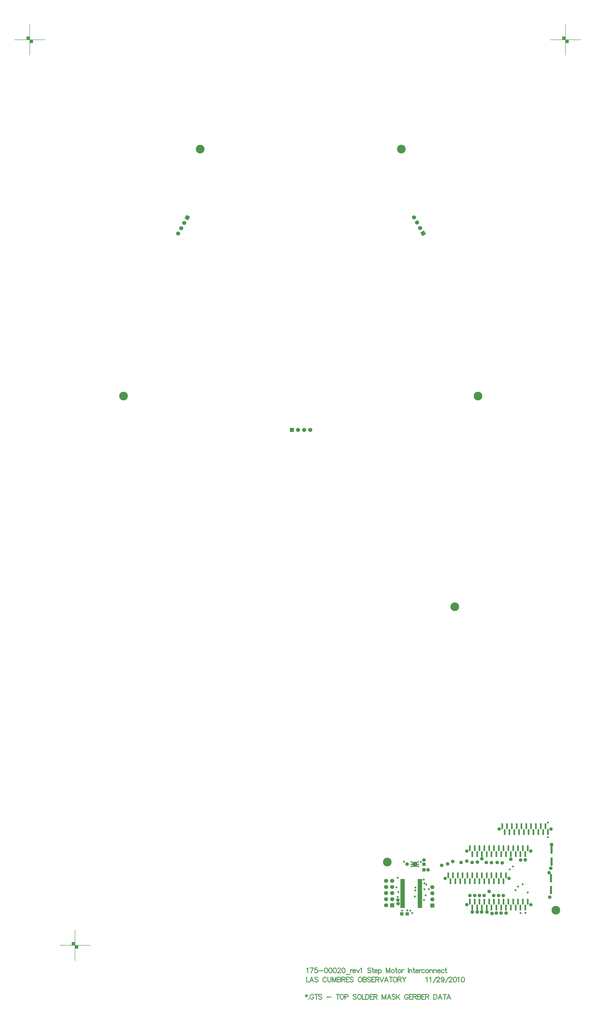
<source format=gts>
%FSLAX23Y23*%
%MOIN*%
G70*
G01*
G75*
G04 Layer_Color=8388736*
%ADD10R,0.050X0.050*%
%ADD11R,0.030X0.125*%
%ADD12R,0.022X0.085*%
%ADD13O,0.024X0.010*%
%ADD14R,0.071X0.075*%
%ADD15O,0.069X0.012*%
%ADD16R,0.050X0.050*%
%ADD17C,0.030*%
%ADD18C,0.020*%
%ADD19C,0.010*%
%ADD20C,0.005*%
%ADD21C,0.012*%
%ADD22C,0.008*%
%ADD23C,0.012*%
%ADD24C,0.012*%
%ADD25C,0.134*%
%ADD26P,0.084X4X165.0*%
%ADD27C,0.059*%
%ADD28R,0.059X0.059*%
%ADD29R,0.059X0.059*%
%ADD30C,0.047*%
%ADD31C,0.024*%
%ADD32P,0.084X4X285.0*%
%ADD33C,0.050*%
%ADD34C,0.040*%
%ADD35C,0.174*%
%ADD36C,0.075*%
%ADD37C,0.087*%
G04:AMPARAMS|DCode=38|XSize=95.433mil|YSize=95.433mil|CornerRadius=0mil|HoleSize=0mil|Usage=FLASHONLY|Rotation=0.000|XOffset=0mil|YOffset=0mil|HoleType=Round|Shape=Relief|Width=10mil|Gap=10mil|Entries=4|*
%AMTHD38*
7,0,0,0.095,0.075,0.010,45*
%
%ADD38THD38*%
%ADD39C,0.068*%
G04:AMPARAMS|DCode=40|XSize=70mil|YSize=70mil|CornerRadius=0mil|HoleSize=0mil|Usage=FLASHONLY|Rotation=0.000|XOffset=0mil|YOffset=0mil|HoleType=Round|Shape=Relief|Width=10mil|Gap=10mil|Entries=4|*
%AMTHD40*
7,0,0,0.070,0.050,0.010,45*
%
%ADD40THD40*%
G04:AMPARAMS|DCode=41|XSize=88mil|YSize=88mil|CornerRadius=0mil|HoleSize=0mil|Usage=FLASHONLY|Rotation=0.000|XOffset=0mil|YOffset=0mil|HoleType=Round|Shape=Relief|Width=10mil|Gap=10mil|Entries=4|*
%AMTHD41*
7,0,0,0.088,0.068,0.010,45*
%
%ADD41THD41*%
%ADD42C,0.075*%
%ADD43C,0.010*%
%ADD44C,0.010*%
%ADD45C,0.024*%
%ADD46C,0.007*%
%ADD47C,0.008*%
%ADD48R,0.323X0.177*%
%ADD49R,0.058X0.058*%
%ADD50R,0.038X0.133*%
%ADD51R,0.030X0.093*%
%ADD52O,0.032X0.018*%
%ADD53R,0.079X0.083*%
%ADD54O,0.077X0.020*%
%ADD55R,0.058X0.058*%
%ADD56C,0.142*%
%ADD57P,0.095X4X165.0*%
%ADD58C,0.067*%
%ADD59R,0.067X0.067*%
%ADD60R,0.067X0.067*%
%ADD61C,0.055*%
%ADD62C,0.032*%
%ADD63P,0.095X4X285.0*%
%ADD64C,0.058*%
D21*
X39060Y19499D02*
Y19453D01*
X39041Y19488D02*
X39079Y19465D01*
Y19488D02*
X39041Y19465D01*
X39099Y19427D02*
X39095Y19423D01*
X39099Y19419D01*
X39103Y19423D01*
X39099Y19427D01*
X39177Y19480D02*
X39173Y19488D01*
X39166Y19495D01*
X39158Y19499D01*
X39143D01*
X39135Y19495D01*
X39128Y19488D01*
X39124Y19480D01*
X39120Y19469D01*
Y19450D01*
X39124Y19438D01*
X39128Y19431D01*
X39135Y19423D01*
X39143Y19419D01*
X39158D01*
X39166Y19423D01*
X39173Y19431D01*
X39177Y19438D01*
Y19450D01*
X39158D02*
X39177D01*
X39222Y19499D02*
Y19419D01*
X39196Y19499D02*
X39249D01*
X39312Y19488D02*
X39304Y19495D01*
X39293Y19499D01*
X39277D01*
X39266Y19495D01*
X39258Y19488D01*
Y19480D01*
X39262Y19472D01*
X39266Y19469D01*
X39274Y19465D01*
X39297Y19457D01*
X39304Y19453D01*
X39308Y19450D01*
X39312Y19442D01*
Y19431D01*
X39304Y19423D01*
X39293Y19419D01*
X39277D01*
X39266Y19423D01*
X39258Y19431D01*
X39392Y19453D02*
X39461D01*
X39574Y19499D02*
Y19419D01*
X39548Y19499D02*
X39601D01*
X39633D02*
X39626Y19495D01*
X39618Y19488D01*
X39614Y19480D01*
X39610Y19469D01*
Y19450D01*
X39614Y19438D01*
X39618Y19431D01*
X39626Y19423D01*
X39633Y19419D01*
X39648D01*
X39656Y19423D01*
X39664Y19431D01*
X39667Y19438D01*
X39671Y19450D01*
Y19469D01*
X39667Y19480D01*
X39664Y19488D01*
X39656Y19495D01*
X39648Y19499D01*
X39633D01*
X39690Y19457D02*
X39724D01*
X39736Y19461D01*
X39739Y19465D01*
X39743Y19472D01*
Y19484D01*
X39739Y19492D01*
X39736Y19495D01*
X39724Y19499D01*
X39690D01*
Y19419D01*
X39877Y19488D02*
X39870Y19495D01*
X39858Y19499D01*
X39843D01*
X39832Y19495D01*
X39824Y19488D01*
Y19480D01*
X39828Y19472D01*
X39832Y19469D01*
X39839Y19465D01*
X39862Y19457D01*
X39870Y19453D01*
X39874Y19450D01*
X39877Y19442D01*
Y19431D01*
X39870Y19423D01*
X39858Y19419D01*
X39843D01*
X39832Y19423D01*
X39824Y19431D01*
X39918Y19499D02*
X39910Y19495D01*
X39903Y19488D01*
X39899Y19480D01*
X39895Y19469D01*
Y19450D01*
X39899Y19438D01*
X39903Y19431D01*
X39910Y19423D01*
X39918Y19419D01*
X39933D01*
X39941Y19423D01*
X39949Y19431D01*
X39952Y19438D01*
X39956Y19450D01*
Y19469D01*
X39952Y19480D01*
X39949Y19488D01*
X39941Y19495D01*
X39933Y19499D01*
X39918D01*
X39975D02*
Y19419D01*
X40021D01*
X40029Y19499D02*
Y19419D01*
Y19499D02*
X40056D01*
X40067Y19495D01*
X40075Y19488D01*
X40079Y19480D01*
X40083Y19469D01*
Y19450D01*
X40079Y19438D01*
X40075Y19431D01*
X40067Y19423D01*
X40056Y19419D01*
X40029D01*
X40150Y19499D02*
X40101D01*
Y19419D01*
X40150D01*
X40101Y19461D02*
X40131D01*
X40163Y19499D02*
Y19419D01*
Y19499D02*
X40198D01*
X40209Y19495D01*
X40213Y19492D01*
X40217Y19484D01*
Y19476D01*
X40213Y19469D01*
X40209Y19465D01*
X40198Y19461D01*
X40163D01*
X40190D02*
X40217Y19419D01*
X40297Y19499D02*
Y19419D01*
Y19499D02*
X40328Y19419D01*
X40358Y19499D02*
X40328Y19419D01*
X40358Y19499D02*
Y19419D01*
X40442D02*
X40412Y19499D01*
X40381Y19419D01*
X40393Y19446D02*
X40431D01*
X40514Y19488D02*
X40507Y19495D01*
X40495Y19499D01*
X40480D01*
X40468Y19495D01*
X40461Y19488D01*
Y19480D01*
X40465Y19472D01*
X40468Y19469D01*
X40476Y19465D01*
X40499Y19457D01*
X40507Y19453D01*
X40510Y19450D01*
X40514Y19442D01*
Y19431D01*
X40507Y19423D01*
X40495Y19419D01*
X40480D01*
X40468Y19423D01*
X40461Y19431D01*
X40532Y19499D02*
Y19419D01*
X40585Y19499D02*
X40532Y19446D01*
X40551Y19465D02*
X40585Y19419D01*
X40723Y19480D02*
X40719Y19488D01*
X40712Y19495D01*
X40704Y19499D01*
X40689D01*
X40681Y19495D01*
X40674Y19488D01*
X40670Y19480D01*
X40666Y19469D01*
Y19450D01*
X40670Y19438D01*
X40674Y19431D01*
X40681Y19423D01*
X40689Y19419D01*
X40704D01*
X40712Y19423D01*
X40719Y19431D01*
X40723Y19438D01*
Y19450D01*
X40704D02*
X40723D01*
X40791Y19499D02*
X40742D01*
Y19419D01*
X40791D01*
X40742Y19461D02*
X40772D01*
X40804Y19499D02*
Y19419D01*
Y19499D02*
X40839D01*
X40850Y19495D01*
X40854Y19492D01*
X40858Y19484D01*
Y19476D01*
X40854Y19469D01*
X40850Y19465D01*
X40839Y19461D01*
X40804D01*
X40831D02*
X40858Y19419D01*
X40876Y19499D02*
Y19419D01*
Y19499D02*
X40910D01*
X40921Y19495D01*
X40925Y19492D01*
X40929Y19484D01*
Y19476D01*
X40925Y19469D01*
X40921Y19465D01*
X40910Y19461D01*
X40876D02*
X40910D01*
X40921Y19457D01*
X40925Y19453D01*
X40929Y19446D01*
Y19434D01*
X40925Y19427D01*
X40921Y19423D01*
X40910Y19419D01*
X40876D01*
X40996Y19499D02*
X40947D01*
Y19419D01*
X40996D01*
X40947Y19461D02*
X40977D01*
X41010Y19499D02*
Y19419D01*
Y19499D02*
X41044D01*
X41055Y19495D01*
X41059Y19492D01*
X41063Y19484D01*
Y19476D01*
X41059Y19469D01*
X41055Y19465D01*
X41044Y19461D01*
X41010D01*
X41036D02*
X41063Y19419D01*
X41144Y19499D02*
Y19419D01*
Y19499D02*
X41170D01*
X41182Y19495D01*
X41189Y19488D01*
X41193Y19480D01*
X41197Y19469D01*
Y19450D01*
X41193Y19438D01*
X41189Y19431D01*
X41182Y19423D01*
X41170Y19419D01*
X41144D01*
X41276D02*
X41245Y19499D01*
X41215Y19419D01*
X41226Y19446D02*
X41264D01*
X41321Y19499D02*
Y19419D01*
X41295Y19499D02*
X41348D01*
X41418Y19419D02*
X41388Y19499D01*
X41357Y19419D01*
X41369Y19446D02*
X41407D01*
D22*
X35245Y20325D02*
X35255D01*
X35245Y20320D02*
Y20330D01*
Y20320D02*
X35255D01*
Y20330D01*
X35245D02*
X35255D01*
X35240Y20315D02*
Y20330D01*
Y20315D02*
X35260D01*
Y20335D01*
X35240D02*
X35260D01*
X35235Y20310D02*
Y20335D01*
Y20310D02*
X35265D01*
Y20340D01*
X35235D02*
X35265D01*
X35230Y20305D02*
Y20345D01*
Y20305D02*
X35270D01*
Y20345D01*
X35230D02*
X35270D01*
X35295Y20275D02*
X35305D01*
X35295Y20270D02*
Y20280D01*
Y20270D02*
X35305D01*
Y20280D01*
X35295D02*
X35305D01*
X35290Y20265D02*
Y20280D01*
Y20265D02*
X35310D01*
Y20285D01*
X35290D02*
X35310D01*
X35285Y20260D02*
Y20285D01*
Y20260D02*
X35315D01*
Y20290D01*
X35285D02*
X35315D01*
X35280Y20255D02*
Y20295D01*
Y20255D02*
X35320D01*
Y20295D01*
X35280D02*
X35320D01*
X35275Y20250D02*
X35325D01*
Y20300D01*
X35225Y20350D02*
X35275D01*
X35225Y20300D02*
Y20350D01*
X35275Y20050D02*
Y20550D01*
X35025Y20300D02*
X35525D01*
X43265Y35125D02*
X43275D01*
X43265Y35120D02*
Y35130D01*
Y35120D02*
X43275D01*
Y35130D01*
X43265D02*
X43275D01*
X43260Y35115D02*
Y35130D01*
Y35115D02*
X43280D01*
Y35135D01*
X43260D02*
X43280D01*
X43255Y35110D02*
Y35135D01*
Y35110D02*
X43285D01*
Y35140D01*
X43255D02*
X43285D01*
X43250Y35105D02*
Y35145D01*
Y35105D02*
X43290D01*
Y35145D01*
X43250D02*
X43290D01*
X43315Y35075D02*
X43325D01*
X43315Y35070D02*
Y35080D01*
Y35070D02*
X43325D01*
Y35080D01*
X43315D02*
X43325D01*
X43310Y35065D02*
Y35080D01*
Y35065D02*
X43330D01*
Y35085D01*
X43310D02*
X43330D01*
X43305Y35060D02*
Y35085D01*
Y35060D02*
X43335D01*
Y35090D01*
X43305D02*
X43335D01*
X43300Y35055D02*
Y35095D01*
Y35055D02*
X43340D01*
Y35095D01*
X43300D02*
X43340D01*
X43295Y35050D02*
X43345D01*
Y35100D01*
X43245Y35150D02*
X43295D01*
X43245Y35100D02*
Y35150D01*
X43295Y34850D02*
Y35350D01*
X43045Y35100D02*
X43545D01*
X34505Y35125D02*
X34515D01*
X34505Y35120D02*
Y35130D01*
Y35120D02*
X34515D01*
Y35130D01*
X34505D02*
X34515D01*
X34500Y35115D02*
Y35130D01*
Y35115D02*
X34520D01*
Y35135D01*
X34500D02*
X34520D01*
X34495Y35110D02*
Y35135D01*
Y35110D02*
X34525D01*
Y35140D01*
X34495D02*
X34525D01*
X34490Y35105D02*
Y35145D01*
Y35105D02*
X34530D01*
Y35145D01*
X34490D02*
X34530D01*
X34555Y35075D02*
X34565D01*
X34555Y35070D02*
Y35080D01*
Y35070D02*
X34565D01*
Y35080D01*
X34555D02*
X34565D01*
X34550Y35065D02*
Y35080D01*
Y35065D02*
X34570D01*
Y35085D01*
X34550D02*
X34570D01*
X34545Y35060D02*
Y35085D01*
Y35060D02*
X34575D01*
Y35090D01*
X34545D02*
X34575D01*
X34540Y35055D02*
Y35095D01*
Y35055D02*
X34580D01*
Y35095D01*
X34540D02*
X34580D01*
X34535Y35050D02*
X34585D01*
Y35100D01*
X34485Y35150D02*
X34535D01*
X34485Y35100D02*
Y35150D01*
X34535Y34850D02*
Y35350D01*
X34285Y35100D02*
X34785D01*
D23*
X39062Y19780D02*
Y19700D01*
X39107D01*
X39177D02*
X39147Y19780D01*
X39116Y19700D01*
X39127Y19726D02*
X39166D01*
X39249Y19768D02*
X39241Y19776D01*
X39230Y19780D01*
X39215D01*
X39203Y19776D01*
X39196Y19768D01*
Y19761D01*
X39199Y19753D01*
X39203Y19749D01*
X39211Y19745D01*
X39234Y19738D01*
X39241Y19734D01*
X39245Y19730D01*
X39249Y19723D01*
Y19711D01*
X39241Y19704D01*
X39230Y19700D01*
X39215D01*
X39203Y19704D01*
X39196Y19711D01*
X39387Y19761D02*
X39383Y19768D01*
X39375Y19776D01*
X39368Y19780D01*
X39353D01*
X39345Y19776D01*
X39337Y19768D01*
X39334Y19761D01*
X39330Y19749D01*
Y19730D01*
X39334Y19719D01*
X39337Y19711D01*
X39345Y19704D01*
X39353Y19700D01*
X39368D01*
X39375Y19704D01*
X39383Y19711D01*
X39387Y19719D01*
X39409Y19780D02*
Y19723D01*
X39413Y19711D01*
X39421Y19704D01*
X39432Y19700D01*
X39440D01*
X39451Y19704D01*
X39459Y19711D01*
X39463Y19723D01*
Y19780D01*
X39485D02*
Y19700D01*
Y19780D02*
X39515Y19700D01*
X39546Y19780D02*
X39515Y19700D01*
X39546Y19780D02*
Y19700D01*
X39569Y19780D02*
Y19700D01*
Y19780D02*
X39603D01*
X39614Y19776D01*
X39618Y19772D01*
X39622Y19764D01*
Y19757D01*
X39618Y19749D01*
X39614Y19745D01*
X39603Y19742D01*
X39569D02*
X39603D01*
X39614Y19738D01*
X39618Y19734D01*
X39622Y19726D01*
Y19715D01*
X39618Y19707D01*
X39614Y19704D01*
X39603Y19700D01*
X39569D01*
X39640Y19780D02*
Y19700D01*
Y19780D02*
X39674D01*
X39685Y19776D01*
X39689Y19772D01*
X39693Y19764D01*
Y19757D01*
X39689Y19749D01*
X39685Y19745D01*
X39674Y19742D01*
X39640D01*
X39666D02*
X39693Y19700D01*
X39760Y19780D02*
X39711D01*
Y19700D01*
X39760D01*
X39711Y19742D02*
X39741D01*
X39827Y19768D02*
X39820Y19776D01*
X39808Y19780D01*
X39793D01*
X39781Y19776D01*
X39774Y19768D01*
Y19761D01*
X39778Y19753D01*
X39781Y19749D01*
X39789Y19745D01*
X39812Y19738D01*
X39820Y19734D01*
X39823Y19730D01*
X39827Y19723D01*
Y19711D01*
X39820Y19704D01*
X39808Y19700D01*
X39793D01*
X39781Y19704D01*
X39774Y19711D01*
X39931Y19780D02*
X39923Y19776D01*
X39916Y19768D01*
X39912Y19761D01*
X39908Y19749D01*
Y19730D01*
X39912Y19719D01*
X39916Y19711D01*
X39923Y19704D01*
X39931Y19700D01*
X39946D01*
X39954Y19704D01*
X39961Y19711D01*
X39965Y19719D01*
X39969Y19730D01*
Y19749D01*
X39965Y19761D01*
X39961Y19768D01*
X39954Y19776D01*
X39946Y19780D01*
X39931D01*
X39987D02*
Y19700D01*
Y19780D02*
X40022D01*
X40033Y19776D01*
X40037Y19772D01*
X40041Y19764D01*
Y19757D01*
X40037Y19749D01*
X40033Y19745D01*
X40022Y19742D01*
X39987D02*
X40022D01*
X40033Y19738D01*
X40037Y19734D01*
X40041Y19726D01*
Y19715D01*
X40037Y19707D01*
X40033Y19704D01*
X40022Y19700D01*
X39987D01*
X40112Y19768D02*
X40104Y19776D01*
X40093Y19780D01*
X40078D01*
X40066Y19776D01*
X40059Y19768D01*
Y19761D01*
X40063Y19753D01*
X40066Y19749D01*
X40074Y19745D01*
X40097Y19738D01*
X40104Y19734D01*
X40108Y19730D01*
X40112Y19723D01*
Y19711D01*
X40104Y19704D01*
X40093Y19700D01*
X40078D01*
X40066Y19704D01*
X40059Y19711D01*
X40179Y19780D02*
X40130D01*
Y19700D01*
X40179D01*
X40130Y19742D02*
X40160D01*
X40193Y19780D02*
Y19700D01*
Y19780D02*
X40227D01*
X40238Y19776D01*
X40242Y19772D01*
X40246Y19764D01*
Y19757D01*
X40242Y19749D01*
X40238Y19745D01*
X40227Y19742D01*
X40193D01*
X40219D02*
X40246Y19700D01*
X40264Y19780D02*
X40294Y19700D01*
X40325Y19780D02*
X40294Y19700D01*
X40396D02*
X40366Y19780D01*
X40335Y19700D01*
X40347Y19726D02*
X40385D01*
X40441Y19780D02*
Y19700D01*
X40415Y19780D02*
X40468D01*
X40501D02*
X40493Y19776D01*
X40485Y19768D01*
X40481Y19761D01*
X40478Y19749D01*
Y19730D01*
X40481Y19719D01*
X40485Y19711D01*
X40493Y19704D01*
X40501Y19700D01*
X40516D01*
X40523Y19704D01*
X40531Y19711D01*
X40535Y19719D01*
X40539Y19730D01*
Y19749D01*
X40535Y19761D01*
X40531Y19768D01*
X40523Y19776D01*
X40516Y19780D01*
X40501D01*
X40557D02*
Y19700D01*
Y19780D02*
X40592D01*
X40603Y19776D01*
X40607Y19772D01*
X40611Y19764D01*
Y19757D01*
X40607Y19749D01*
X40603Y19745D01*
X40592Y19742D01*
X40557D01*
X40584D02*
X40611Y19700D01*
X40629Y19780D02*
X40659Y19742D01*
Y19700D01*
X40689Y19780D02*
X40659Y19742D01*
X41014Y19764D02*
X41022Y19768D01*
X41033Y19780D01*
Y19700D01*
X41073Y19764D02*
X41080Y19768D01*
X41092Y19780D01*
Y19700D01*
X41131Y19688D02*
X41185Y19780D01*
X41194Y19761D02*
Y19764D01*
X41198Y19772D01*
X41201Y19776D01*
X41209Y19780D01*
X41224D01*
X41232Y19776D01*
X41236Y19772D01*
X41239Y19764D01*
Y19757D01*
X41236Y19749D01*
X41228Y19738D01*
X41190Y19700D01*
X41243D01*
X41311Y19753D02*
X41307Y19742D01*
X41299Y19734D01*
X41288Y19730D01*
X41284D01*
X41273Y19734D01*
X41265Y19742D01*
X41261Y19753D01*
Y19757D01*
X41265Y19768D01*
X41273Y19776D01*
X41284Y19780D01*
X41288D01*
X41299Y19776D01*
X41307Y19768D01*
X41311Y19753D01*
Y19734D01*
X41307Y19715D01*
X41299Y19704D01*
X41288Y19700D01*
X41280D01*
X41269Y19704D01*
X41265Y19711D01*
X41332Y19688D02*
X41386Y19780D01*
X41395Y19761D02*
Y19764D01*
X41399Y19772D01*
X41402Y19776D01*
X41410Y19780D01*
X41425D01*
X41433Y19776D01*
X41437Y19772D01*
X41441Y19764D01*
Y19757D01*
X41437Y19749D01*
X41429Y19738D01*
X41391Y19700D01*
X41444D01*
X41485Y19780D02*
X41474Y19776D01*
X41466Y19764D01*
X41462Y19745D01*
Y19734D01*
X41466Y19715D01*
X41474Y19704D01*
X41485Y19700D01*
X41493D01*
X41504Y19704D01*
X41512Y19715D01*
X41516Y19734D01*
Y19745D01*
X41512Y19764D01*
X41504Y19776D01*
X41493Y19780D01*
X41485D01*
X41533Y19764D02*
X41541Y19768D01*
X41552Y19780D01*
Y19700D01*
X41615Y19780D02*
X41604Y19776D01*
X41596Y19764D01*
X41592Y19745D01*
Y19734D01*
X41596Y19715D01*
X41604Y19704D01*
X41615Y19700D01*
X41623D01*
X41634Y19704D01*
X41642Y19715D01*
X41645Y19734D01*
Y19745D01*
X41642Y19764D01*
X41634Y19776D01*
X41623Y19780D01*
X41615D01*
D24*
X39062Y19915D02*
X39069Y19918D01*
X39081Y19930D01*
Y19850D01*
X39174Y19930D02*
X39135Y19850D01*
X39120Y19930D02*
X39174D01*
X39237D02*
X39199D01*
X39195Y19895D01*
X39199Y19899D01*
X39211Y19903D01*
X39222D01*
X39233Y19899D01*
X39241Y19892D01*
X39245Y19880D01*
Y19873D01*
X39241Y19861D01*
X39233Y19854D01*
X39222Y19850D01*
X39211D01*
X39199Y19854D01*
X39195Y19857D01*
X39191Y19865D01*
X39263Y19884D02*
X39331D01*
X39378Y19930D02*
X39366Y19926D01*
X39359Y19915D01*
X39355Y19895D01*
Y19884D01*
X39359Y19865D01*
X39366Y19854D01*
X39378Y19850D01*
X39385D01*
X39397Y19854D01*
X39404Y19865D01*
X39408Y19884D01*
Y19895D01*
X39404Y19915D01*
X39397Y19926D01*
X39385Y19930D01*
X39378D01*
X39449D02*
X39438Y19926D01*
X39430Y19915D01*
X39426Y19895D01*
Y19884D01*
X39430Y19865D01*
X39438Y19854D01*
X39449Y19850D01*
X39457D01*
X39468Y19854D01*
X39476Y19865D01*
X39479Y19884D01*
Y19895D01*
X39476Y19915D01*
X39468Y19926D01*
X39457Y19930D01*
X39449D01*
X39520D02*
X39509Y19926D01*
X39501Y19915D01*
X39497Y19895D01*
Y19884D01*
X39501Y19865D01*
X39509Y19854D01*
X39520Y19850D01*
X39528D01*
X39539Y19854D01*
X39547Y19865D01*
X39551Y19884D01*
Y19895D01*
X39547Y19915D01*
X39539Y19926D01*
X39528Y19930D01*
X39520D01*
X39572Y19911D02*
Y19915D01*
X39576Y19922D01*
X39580Y19926D01*
X39588Y19930D01*
X39603D01*
X39610Y19926D01*
X39614Y19922D01*
X39618Y19915D01*
Y19907D01*
X39614Y19899D01*
X39607Y19888D01*
X39569Y19850D01*
X39622D01*
X39663Y19930D02*
X39651Y19926D01*
X39644Y19915D01*
X39640Y19895D01*
Y19884D01*
X39644Y19865D01*
X39651Y19854D01*
X39663Y19850D01*
X39670D01*
X39682Y19854D01*
X39689Y19865D01*
X39693Y19884D01*
Y19895D01*
X39689Y19915D01*
X39682Y19926D01*
X39670Y19930D01*
X39663D01*
X39711Y19823D02*
X39772D01*
X39782Y19903D02*
Y19850D01*
Y19880D02*
X39786Y19892D01*
X39794Y19899D01*
X39801Y19903D01*
X39813D01*
X39820Y19880D02*
X39866D01*
Y19888D01*
X39862Y19895D01*
X39858Y19899D01*
X39850Y19903D01*
X39839D01*
X39831Y19899D01*
X39824Y19892D01*
X39820Y19880D01*
Y19873D01*
X39824Y19861D01*
X39831Y19854D01*
X39839Y19850D01*
X39850D01*
X39858Y19854D01*
X39866Y19861D01*
X39883Y19903D02*
X39906Y19850D01*
X39928Y19903D02*
X39906Y19850D01*
X39941Y19915D02*
X39949Y19918D01*
X39960Y19930D01*
Y19850D01*
X40116Y19918D02*
X40109Y19926D01*
X40097Y19930D01*
X40082D01*
X40071Y19926D01*
X40063Y19918D01*
Y19911D01*
X40067Y19903D01*
X40071Y19899D01*
X40078Y19895D01*
X40101Y19888D01*
X40109Y19884D01*
X40112Y19880D01*
X40116Y19873D01*
Y19861D01*
X40109Y19854D01*
X40097Y19850D01*
X40082D01*
X40071Y19854D01*
X40063Y19861D01*
X40146Y19930D02*
Y19865D01*
X40149Y19854D01*
X40157Y19850D01*
X40165D01*
X40134Y19903D02*
X40161D01*
X40176Y19880D02*
X40222D01*
Y19888D01*
X40218Y19895D01*
X40214Y19899D01*
X40206Y19903D01*
X40195D01*
X40187Y19899D01*
X40180Y19892D01*
X40176Y19880D01*
Y19873D01*
X40180Y19861D01*
X40187Y19854D01*
X40195Y19850D01*
X40206D01*
X40214Y19854D01*
X40222Y19861D01*
X40239Y19903D02*
Y19823D01*
Y19892D02*
X40246Y19899D01*
X40254Y19903D01*
X40266D01*
X40273Y19899D01*
X40281Y19892D01*
X40285Y19880D01*
Y19873D01*
X40281Y19861D01*
X40273Y19854D01*
X40266Y19850D01*
X40254D01*
X40246Y19854D01*
X40239Y19861D01*
X40365Y19930D02*
Y19850D01*
Y19930D02*
X40395Y19850D01*
X40425Y19930D02*
X40395Y19850D01*
X40425Y19930D02*
Y19850D01*
X40467Y19903D02*
X40460Y19899D01*
X40452Y19892D01*
X40448Y19880D01*
Y19873D01*
X40452Y19861D01*
X40460Y19854D01*
X40467Y19850D01*
X40479D01*
X40486Y19854D01*
X40494Y19861D01*
X40498Y19873D01*
Y19880D01*
X40494Y19892D01*
X40486Y19899D01*
X40479Y19903D01*
X40467D01*
X40527Y19930D02*
Y19865D01*
X40531Y19854D01*
X40538Y19850D01*
X40546D01*
X40515Y19903D02*
X40542D01*
X40576D02*
X40569Y19899D01*
X40561Y19892D01*
X40557Y19880D01*
Y19873D01*
X40561Y19861D01*
X40569Y19854D01*
X40576Y19850D01*
X40588D01*
X40595Y19854D01*
X40603Y19861D01*
X40607Y19873D01*
Y19880D01*
X40603Y19892D01*
X40595Y19899D01*
X40588Y19903D01*
X40576D01*
X40624D02*
Y19850D01*
Y19880D02*
X40628Y19892D01*
X40636Y19899D01*
X40643Y19903D01*
X40655D01*
X40725Y19930D02*
Y19850D01*
X40742Y19903D02*
Y19850D01*
Y19888D02*
X40753Y19899D01*
X40761Y19903D01*
X40772D01*
X40780Y19899D01*
X40784Y19888D01*
Y19850D01*
X40816Y19930D02*
Y19865D01*
X40820Y19854D01*
X40827Y19850D01*
X40835D01*
X40804Y19903D02*
X40831D01*
X40846Y19880D02*
X40892D01*
Y19888D01*
X40888Y19895D01*
X40884Y19899D01*
X40877Y19903D01*
X40865D01*
X40858Y19899D01*
X40850Y19892D01*
X40846Y19880D01*
Y19873D01*
X40850Y19861D01*
X40858Y19854D01*
X40865Y19850D01*
X40877D01*
X40884Y19854D01*
X40892Y19861D01*
X40909Y19903D02*
Y19850D01*
Y19880D02*
X40913Y19892D01*
X40921Y19899D01*
X40928Y19903D01*
X40940D01*
X40993Y19892D02*
X40985Y19899D01*
X40977Y19903D01*
X40966D01*
X40958Y19899D01*
X40951Y19892D01*
X40947Y19880D01*
Y19873D01*
X40951Y19861D01*
X40958Y19854D01*
X40966Y19850D01*
X40977D01*
X40985Y19854D01*
X40993Y19861D01*
X41029Y19903D02*
X41021Y19899D01*
X41014Y19892D01*
X41010Y19880D01*
Y19873D01*
X41014Y19861D01*
X41021Y19854D01*
X41029Y19850D01*
X41040D01*
X41048Y19854D01*
X41055Y19861D01*
X41059Y19873D01*
Y19880D01*
X41055Y19892D01*
X41048Y19899D01*
X41040Y19903D01*
X41029D01*
X41077D02*
Y19850D01*
Y19888D02*
X41088Y19899D01*
X41096Y19903D01*
X41107D01*
X41115Y19899D01*
X41119Y19888D01*
Y19850D01*
X41140Y19903D02*
Y19850D01*
Y19888D02*
X41151Y19899D01*
X41159Y19903D01*
X41170D01*
X41178Y19899D01*
X41182Y19888D01*
Y19850D01*
X41202Y19880D02*
X41248D01*
Y19888D01*
X41244Y19895D01*
X41241Y19899D01*
X41233Y19903D01*
X41222D01*
X41214Y19899D01*
X41206Y19892D01*
X41202Y19880D01*
Y19873D01*
X41206Y19861D01*
X41214Y19854D01*
X41222Y19850D01*
X41233D01*
X41241Y19854D01*
X41248Y19861D01*
X41311Y19892D02*
X41303Y19899D01*
X41296Y19903D01*
X41284D01*
X41277Y19899D01*
X41269Y19892D01*
X41265Y19880D01*
Y19873D01*
X41269Y19861D01*
X41277Y19854D01*
X41284Y19850D01*
X41296D01*
X41303Y19854D01*
X41311Y19861D01*
X41340Y19930D02*
Y19865D01*
X41343Y19854D01*
X41351Y19850D01*
X41359D01*
X41328Y19903D02*
X41355D01*
D49*
X40984Y21534D02*
D03*
Y21624D02*
D03*
D50*
X43060Y21399D02*
D03*
Y21203D02*
D03*
X43070Y21864D02*
D03*
Y21668D02*
D03*
D51*
X42481Y20917D02*
D03*
X42442Y21014D02*
D03*
X42402Y20917D02*
D03*
X42363Y21014D02*
D03*
X42324Y20917D02*
D03*
X42284Y21014D02*
D03*
X42245Y20917D02*
D03*
X42205Y21014D02*
D03*
X42166Y20917D02*
D03*
X42127Y21014D02*
D03*
X42087Y20917D02*
D03*
X42048Y21014D02*
D03*
X42009Y20917D02*
D03*
X41969Y21014D02*
D03*
X41930Y20917D02*
D03*
X41890Y21014D02*
D03*
X41851Y20917D02*
D03*
X41812Y21014D02*
D03*
X41772Y20917D02*
D03*
X41733Y21014D02*
D03*
X42560Y20917D02*
D03*
X42638D02*
D03*
X42520Y21014D02*
D03*
X42599D02*
D03*
X42678D02*
D03*
X42481Y21792D02*
D03*
X42442Y21889D02*
D03*
X42402Y21792D02*
D03*
X42363Y21889D02*
D03*
X42324Y21792D02*
D03*
X42284Y21889D02*
D03*
X42245Y21792D02*
D03*
X42205Y21889D02*
D03*
X42166Y21792D02*
D03*
X42127Y21889D02*
D03*
X42087Y21792D02*
D03*
X42048Y21889D02*
D03*
X42009Y21792D02*
D03*
X41969Y21889D02*
D03*
X41930Y21792D02*
D03*
X41890Y21889D02*
D03*
X41851Y21792D02*
D03*
X41812Y21889D02*
D03*
X41772Y21792D02*
D03*
X41733Y21889D02*
D03*
X42560Y21792D02*
D03*
X42638D02*
D03*
X42520Y21889D02*
D03*
X42599D02*
D03*
X42678D02*
D03*
X43009Y22152D02*
D03*
X42970Y22249D02*
D03*
X42931Y22152D02*
D03*
X42891Y22249D02*
D03*
X42852Y22152D02*
D03*
X42813Y22249D02*
D03*
X42773Y22152D02*
D03*
X42734Y22249D02*
D03*
X42694Y22152D02*
D03*
X42655Y22249D02*
D03*
X42616Y22152D02*
D03*
X42576Y22249D02*
D03*
X42537Y22152D02*
D03*
X42498Y22249D02*
D03*
X42458Y22152D02*
D03*
X42419Y22249D02*
D03*
X42379Y22152D02*
D03*
X42340Y22249D02*
D03*
X42301Y22152D02*
D03*
X42261Y22249D02*
D03*
X42126Y21347D02*
D03*
X42087Y21444D02*
D03*
X42047Y21347D02*
D03*
X42008Y21444D02*
D03*
X41969Y21347D02*
D03*
X41929Y21444D02*
D03*
X41890Y21347D02*
D03*
X41850Y21444D02*
D03*
X41811Y21347D02*
D03*
X41772Y21444D02*
D03*
X41732Y21347D02*
D03*
X41693Y21444D02*
D03*
X41654Y21347D02*
D03*
X41614Y21444D02*
D03*
X41575Y21347D02*
D03*
X41535Y21444D02*
D03*
X41496Y21347D02*
D03*
X41457Y21444D02*
D03*
X41417Y21347D02*
D03*
X41378Y21444D02*
D03*
X42205Y21347D02*
D03*
X42283D02*
D03*
X42165Y21444D02*
D03*
X42244D02*
D03*
X42323D02*
D03*
D52*
X40775Y21666D02*
D03*
Y21626D02*
D03*
Y21587D02*
D03*
X40890D02*
D03*
Y21626D02*
D03*
Y21666D02*
D03*
D53*
X40832Y21626D02*
D03*
D54*
X40632Y21375D02*
D03*
Y21355D02*
D03*
Y21336D02*
D03*
Y21316D02*
D03*
Y21296D02*
D03*
Y21276D02*
D03*
Y21257D02*
D03*
Y21237D02*
D03*
Y21217D02*
D03*
Y21198D02*
D03*
Y21178D02*
D03*
Y21158D02*
D03*
Y21139D02*
D03*
Y21119D02*
D03*
Y21099D02*
D03*
Y21080D02*
D03*
Y21060D02*
D03*
Y21040D02*
D03*
Y21021D02*
D03*
Y21001D02*
D03*
Y20981D02*
D03*
Y20962D02*
D03*
Y20942D02*
D03*
Y20922D02*
D03*
X40917Y21375D02*
D03*
Y21355D02*
D03*
Y21336D02*
D03*
Y21316D02*
D03*
Y21296D02*
D03*
Y21276D02*
D03*
Y21257D02*
D03*
Y21237D02*
D03*
Y21217D02*
D03*
Y21198D02*
D03*
Y21178D02*
D03*
Y21158D02*
D03*
Y21139D02*
D03*
X40917Y21119D02*
D03*
X40917Y21099D02*
D03*
Y21080D02*
D03*
Y21060D02*
D03*
Y21040D02*
D03*
Y21021D02*
D03*
Y21001D02*
D03*
Y20981D02*
D03*
Y20962D02*
D03*
Y20942D02*
D03*
Y20922D02*
D03*
D55*
X40710Y20816D02*
D03*
X40620D02*
D03*
D56*
X40384Y21661D02*
D03*
X43140Y20874D02*
D03*
X41487Y25834D02*
D03*
X36069Y29279D02*
D03*
X37321Y33315D02*
D03*
X40613D02*
D03*
X41865Y29279D02*
D03*
D57*
X40968Y31939D02*
D03*
D58*
X40918Y32026D02*
D03*
X40868Y32113D02*
D03*
X40818Y32199D02*
D03*
X38923Y28724D02*
D03*
X39023D02*
D03*
X39123D02*
D03*
X41120Y21051D02*
D03*
Y21151D02*
D03*
Y21251D02*
D03*
X37063Y32108D02*
D03*
X37013Y32021D02*
D03*
X36963Y31935D02*
D03*
X40364Y21354D02*
D03*
X40464D02*
D03*
X40364Y21254D02*
D03*
X40464D02*
D03*
X40364Y21154D02*
D03*
X40464D02*
D03*
X40364Y21054D02*
D03*
X40464Y21054D02*
D03*
X40364Y20954D02*
D03*
D59*
X38823Y28724D02*
D03*
D60*
X41120Y20951D02*
D03*
X40464Y20954D02*
D03*
D61*
X42728Y20966D02*
D03*
X41683Y20966D02*
D03*
X42728Y21841D02*
D03*
X41683Y21841D02*
D03*
X43060Y22201D02*
D03*
X42211D02*
D03*
X42373Y21396D02*
D03*
X41328D02*
D03*
D62*
X40832Y21646D02*
D03*
Y21607D02*
D03*
X43010Y22307D02*
D03*
X40789Y20829D02*
D03*
X40759Y20869D02*
D03*
X40841Y21198D02*
D03*
X40844Y21244D02*
D03*
X40834Y21098D02*
D03*
X40984Y21041D02*
D03*
X40622Y20869D02*
D03*
X40710Y20872D02*
D03*
X43010Y22067D02*
D03*
X42561Y20829D02*
D03*
X42641Y20832D02*
D03*
X42520Y21261D02*
D03*
X42479Y21200D02*
D03*
X41063Y21219D02*
D03*
X41010Y21119D02*
D03*
X42679Y21163D02*
D03*
X41018Y21295D02*
D03*
X42597Y21299D02*
D03*
X40990Y21218D02*
D03*
X42385Y21542D02*
D03*
X40655Y21667D02*
D03*
X40933Y21663D02*
D03*
X42440Y21587D02*
D03*
X40988Y21316D02*
D03*
X40980Y21375D02*
D03*
X40554Y21403D02*
D03*
X40533Y21248D02*
D03*
X40561Y21171D02*
D03*
X40552Y21091D02*
D03*
D63*
X37113Y32194D02*
D03*
D64*
X41770Y21653D02*
D03*
X42326Y20828D02*
D03*
X42244D02*
D03*
X42166D02*
D03*
X42096Y20820D02*
D03*
X40555Y21041D02*
D03*
X40558Y20982D02*
D03*
X41050Y21534D02*
D03*
X40707Y21627D02*
D03*
X40984Y21694D02*
D03*
X43040Y21088D02*
D03*
X43030Y21489D02*
D03*
X43055Y21560D02*
D03*
X43070Y21949D02*
D03*
X42403Y21707D02*
D03*
X42562Y21694D02*
D03*
X42639Y21699D02*
D03*
X42280Y21115D02*
D03*
X42204D02*
D03*
X42124D02*
D03*
X42048Y21180D02*
D03*
X41965Y21113D02*
D03*
X41890D02*
D03*
X41812D02*
D03*
X41733D02*
D03*
X42014Y20846D02*
D03*
X41773D02*
D03*
X41852D02*
D03*
X41927D02*
D03*
X41928Y21713D02*
D03*
X42263Y21649D02*
D03*
X42178Y21653D02*
D03*
X42087Y21651D02*
D03*
X42002Y21653D02*
D03*
X41274Y21607D02*
D03*
X41370Y21631D02*
D03*
X41451Y21671D02*
D03*
X41588Y21654D02*
D03*
X41855Y21662D02*
D03*
X41683Y21679D02*
D03*
M02*

</source>
